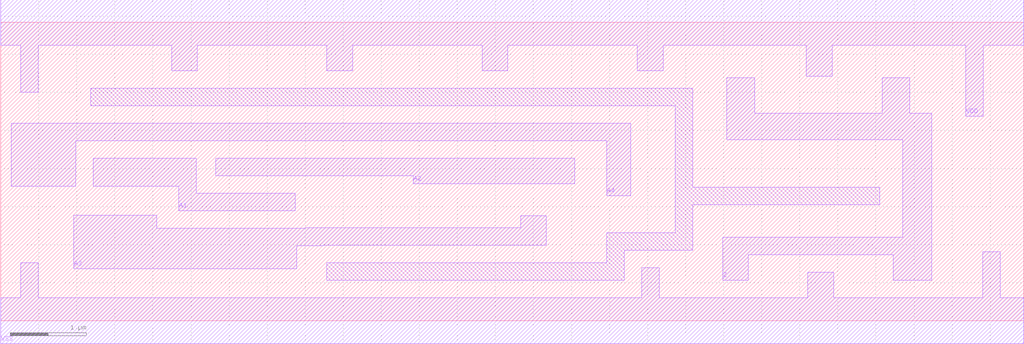
<source format=lef>
# Copyright 2022 GlobalFoundries PDK Authors
#
# Licensed under the Apache License, Version 2.0 (the "License");
# you may not use this file except in compliance with the License.
# You may obtain a copy of the License at
#
#      http://www.apache.org/licenses/LICENSE-2.0
#
# Unless required by applicable law or agreed to in writing, software
# distributed under the License is distributed on an "AS IS" BASIS,
# WITHOUT WARRANTIES OR CONDITIONS OF ANY KIND, either express or implied.
# See the License for the specific language governing permissions and
# limitations under the License.

MACRO gf180mcu_fd_sc_mcu7t5v0__and4_4
  CLASS core ;
  FOREIGN gf180mcu_fd_sc_mcu7t5v0__and4_4 0.0 0.0 ;
  ORIGIN 0 0 ;
  SYMMETRY X Y ;
  SITE GF018hv5v_mcu_sc7 ;
  SIZE 13.44 BY 3.92 ;
  PIN A1
    DIRECTION INPUT ;
    ANTENNAGATEAREA 1.884 ;
    PORT
      LAYER METAL1 ;
        POLYGON 1.215 1.77 2.34 1.77 2.34 1.445 3.87 1.445 3.87 1.675 2.57 1.675 2.57 2.135 1.215 2.135  ;
    END
  END A1
  PIN A2
    DIRECTION INPUT ;
    ANTENNAGATEAREA 1.884 ;
    PORT
      LAYER METAL1 ;
        POLYGON 2.825 1.905 5.42 1.905 5.42 1.8 7.545 1.8 7.545 2.135 2.825 2.135  ;
    END
  END A2
  PIN A3
    DIRECTION INPUT ;
    ANTENNAGATEAREA 1.884 ;
    PORT
      LAYER METAL1 ;
        POLYGON 0.96 0.68 3.89 0.68 3.89 0.985 4.235 0.985 4.235 0.99 7.17 0.99 7.17 1.38 6.83 1.38 6.83 1.22 4.005 1.22 4.005 1.215 2.05 1.215 2.05 1.385 0.96 1.385  ;
    END
  END A3
  PIN A4
    DIRECTION INPUT ;
    ANTENNAGATEAREA 1.884 ;
    PORT
      LAYER METAL1 ;
        POLYGON 0.14 1.77 0.985 1.77 0.985 2.365 7.96 2.365 7.96 1.645 8.28 1.645 8.28 2.595 0.14 2.595  ;
    END
  END A4
  PIN Z
    DIRECTION OUTPUT ;
    ANTENNADIFFAREA 1.9396 ;
    PORT
      LAYER METAL1 ;
        POLYGON 9.54 2.38 11.55 2.38 11.85 2.38 11.85 1.1 9.485 1.1 9.485 0.53 9.825 0.53 9.825 0.87 11.725 0.87 11.725 0.53 12.23 0.53 12.23 2.725 11.945 2.725 11.945 3.195 11.58 3.195 11.58 2.725 11.55 2.725 9.905 2.725 9.905 3.195 9.54 3.195  ;
    END
  END Z
  PIN VDD
    DIRECTION INOUT ;
    USE power ;
    SHAPE ABUTMENT ;
    PORT
      LAYER METAL1 ;
        POLYGON 0 3.62 0.26 3.62 0.26 3.005 0.49 3.005 0.49 3.62 2.245 3.62 2.245 3.285 2.585 3.285 2.585 3.62 4.285 3.62 4.285 3.285 4.625 3.285 4.625 3.62 6.325 3.62 6.325 3.285 6.665 3.285 6.665 3.62 8.365 3.62 8.365 3.285 8.705 3.285 8.705 3.62 10.585 3.62 10.585 3.215 10.925 3.215 10.925 3.62 11.55 3.62 12.68 3.62 12.68 2.69 12.91 2.69 12.91 3.62 13.44 3.62 13.44 4.22 11.55 4.22 0 4.22  ;
    END
  END VDD
  PIN VSS
    DIRECTION INOUT ;
    USE ground ;
    SHAPE ABUTMENT ;
    PORT
      LAYER METAL1 ;
        POLYGON 0 -0.3 13.44 -0.3 13.44 0.3 13.13 0.3 13.13 0.905 12.9 0.905 12.9 0.3 10.945 0.3 10.945 0.64 10.605 0.64 10.605 0.3 8.65 0.3 8.65 0.695 8.42 0.695 8.42 0.3 0.49 0.3 0.49 0.765 0.26 0.765 0.26 0.3 0 0.3  ;
    END
  END VSS
  OBS
      LAYER METAL1 ;
        POLYGON 1.185 2.825 8.86 2.825 8.86 1.155 7.96 1.155 7.96 0.76 4.285 0.76 4.285 0.53 8.19 0.53 8.19 0.925 9.09 0.925 9.09 1.525 11.55 1.525 11.55 1.755 9.09 1.755 9.09 3.055 1.185 3.055  ;
  END
END gf180mcu_fd_sc_mcu7t5v0__and4_4

</source>
